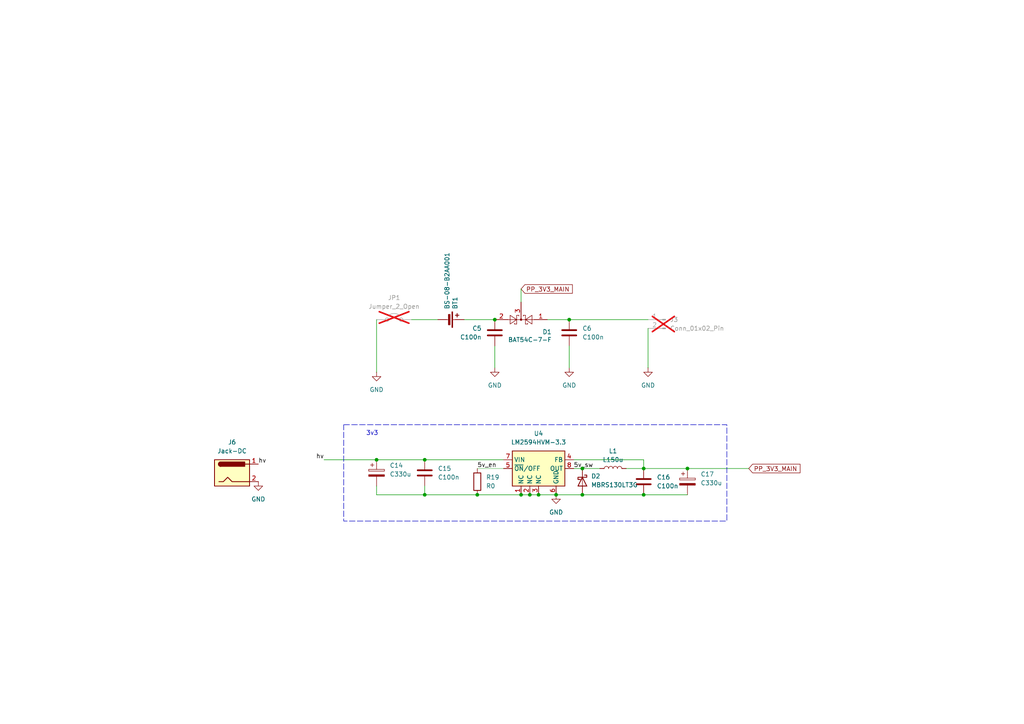
<source format=kicad_sch>
(kicad_sch (version 20231120) (generator "eeschema") (generator_version "8.0")
  (paper "A4")
  (lib_symbols
    (symbol "Connector:Conn_01x02_Pin" (pin_names (offset 1.016) hide)
      (property "Reference" "J" (at 0 2.54 0))
      (property "Value" "Conn_01x02_Pin" (at 0 -5.08 0))
      (symbol "Conn_01x02_Pin_1_1"
        (polyline (pts (xy 1.27 -2.54) (xy 0.8636 -2.54)) (stroke (width 0.1524)))
        (polyline (pts (xy 1.27 0) (xy 0.8636 0)) (stroke (width 0.1524)))
        (rectangle (start 0.8636 -2.413) (end 0 -2.667) (stroke (width 0.1524)) (fill (type outline)))
        (rectangle (start 0.8636 0.127) (end 0 -0.127) (stroke (width 0.1524)) (fill (type outline)))
        (pin passive line (at 5.08 0 180) (length 3.81) (name "Pin_1") (number "1"))
        (pin passive line (at 5.08 -2.54 180) (length 3.81) (name "Pin_2") (number "2"))
      )
    )
    (symbol "Connector:Jack-DC" (pin_names (offset 1.016))
      (property "Reference" "J" (at 0 5.334 0))
      (property "Value" "Jack-DC" (at 0 -5.08 0))
      (symbol "Jack-DC_0_1"
        (rectangle (start -5.08 3.81) (end 5.08 -3.81) (stroke (width 0.254)) (fill (type background)))
        (arc (start -3.302 3.175) (mid -3.9343 2.54) (end -3.302 1.905) (stroke (width 0.254)))
        (arc (start -3.302 3.175) (mid -3.9343 2.54) (end -3.302 1.905) (stroke (width 0.254)) (fill (type outline)))
        (polyline (pts (xy 5.08 2.54) (xy 3.81 2.54)) (stroke (width 0.254)))
        (polyline (pts (xy -3.81 -2.54) (xy -2.54 -2.54) (xy -1.27 -1.27) (xy 0 -2.54) (xy 2.54 -2.54) (xy 5.08 -2.54)) (stroke (width 0.254)))
        (rectangle (start 3.683 3.175) (end -3.302 1.905) (stroke (width 0.254)) (fill (type outline)))
      )
      (symbol "Jack-DC_1_1"
        (pin passive line (at 7.62 2.54 180) (length 2.54) (name "~") (number "1"))
        (pin passive line (at 7.62 -2.54 180) (length 2.54) (name "~") (number "2"))
      )
    )
    (symbol "Device:Battery_Cell" (pin_numbers hide) (pin_names (offset 0) hide)
      (property "Reference" "BT1" (at 2.9972 2.4384 0))
      (property "Value" "BS-08-B2AA001" (at 2.9972 0.127 0))
      (symbol "Battery_Cell_0_1"
        (rectangle (start -2.286 1.778) (end 2.286 1.524) (fill (type outline)))
        (rectangle (start -1.524 1.016) (end 1.524 0.508) (fill (type outline)))
        (polyline (pts (xy 0 0.762) (xy 0 0)))
        (polyline (pts (xy 0 1.778) (xy 0 2.54)))
        (polyline (pts (xy 0.762 3.048) (xy 1.778 3.048)) (stroke (width 0.254)))
        (polyline (pts (xy 1.27 3.556) (xy 1.27 2.54)) (stroke (width 0.254)))
      )
      (symbol "Battery_Cell_1_1"
        (pin passive line (at 0 5.08 270) (length 2.54) (name "+") (number "+"))
        (pin passive line (at 0 -2.54 90) (length 2.54) (name "-") (number "-"))
      )
    )
    (symbol "Device:C" (pin_numbers hide) (pin_names (offset 0.254))
      (property "Reference" "C" (at 0.635 2.54 0))
      (property "Value" "C" (at 0.635 -2.54 0))
      (symbol "C_0_1"
        (polyline (pts (xy -2.032 -0.762) (xy 2.032 -0.762)) (stroke (width 0.508)))
        (polyline (pts (xy -2.032 0.762) (xy 2.032 0.762)) (stroke (width 0.508)))
      )
      (symbol "C_1_1"
        (pin passive line (at 0 3.81 270) (length 2.794) (name "~") (number "1"))
        (pin passive line (at 0 -3.81 90) (length 2.794) (name "~") (number "2"))
      )
    )
    (symbol "Device:C_Polarized" (pin_numbers hide) (pin_names (offset 0.254))
      (property "Reference" "C" (at 0.635 2.54 0))
      (property "Value" "C_Polarized" (at 0.635 -2.54 0))
      (symbol "C_Polarized_0_1"
        (rectangle (start -2.286 0.508) (end 2.286 1.016))
        (polyline (pts (xy -1.778 2.286) (xy -0.762 2.286)))
        (polyline (pts (xy -1.27 2.794) (xy -1.27 1.778)))
        (rectangle (start 2.286 -0.508) (end -2.286 -1.016) (fill (type outline)))
      )
      (symbol "C_Polarized_1_1"
        (pin passive line (at 0 3.81 270) (length 2.794) (name "~") (number "1"))
        (pin passive line (at 0 -3.81 90) (length 2.794) (name "~") (number "2"))
      )
    )
    (symbol "Device:D_Schottky" (pin_numbers hide) (pin_names (offset 1.016) hide)
      (property "Reference" "D" (at 0 2.54 0))
      (property "Value" "D_Schottky" (at 0 -2.54 0))
      (symbol "D_Schottky_0_1"
        (polyline (pts (xy 1.27 0) (xy -1.27 0)))
        (polyline (pts (xy 1.27 1.27) (xy 1.27 -1.27) (xy -1.27 0) (xy 1.27 1.27)) (stroke (width 0.254)))
        (polyline (pts (xy -1.905 0.635) (xy -1.905 1.27) (xy -1.27 1.27) (xy -1.27 -1.27) (xy -0.635 -1.27) (xy -0.635 -0.635)) (stroke (width 0.254)))
      )
      (symbol "D_Schottky_1_1"
        (pin passive line (at -3.81 0 0) (length 2.54) (name "K") (number "1"))
        (pin passive line (at 3.81 0 180) (length 2.54) (name "A") (number "2"))
      )
    )
    (symbol "Device:L" (pin_numbers hide) (pin_names (offset 1.016) hide)
      (property "Reference" "L" (at -1.27 0 90))
      (property "Value" "L" (at 1.905 0 90))
      (symbol "L_0_1"
        (arc (start 0 -2.54) (mid 0.6323 -1.905) (end 0 -1.27))
        (arc (start 0 -1.27) (mid 0.6323 -0.635) (end 0 0))
        (arc (start 0 0) (mid 0.6323 0.635) (end 0 1.27))
        (arc (start 0 1.27) (mid 0.6323 1.905) (end 0 2.54))
      )
      (symbol "L_1_1"
        (pin passive line (at 0 3.81 270) (length 1.27) (name "1") (number "1"))
        (pin passive line (at 0 -3.81 90) (length 1.27) (name "2") (number "2"))
      )
    )
    (symbol "Device:R" (pin_numbers hide) (pin_names (offset 0))
      (property "Reference" "R" (at 2.032 0 90))
      (property "Value" "R" (at 0 0 90))
      (symbol "R_0_1"
        (rectangle (start -1.016 -2.54) (end 1.016 2.54) (stroke (width 0.254)))
      )
      (symbol "R_1_1"
        (pin passive line (at 0 3.81 270) (length 1.27) (name "~") (number "1"))
        (pin passive line (at 0 -3.81 90) (length 1.27) (name "~") (number "2"))
      )
    )
    (symbol "Diode:BAT54C"
      (property "Reference" "D" (at 0.635 -3.81 0))
      (property "Value" "BAT54C" (at -6.35 3.175 0))
      (symbol "BAT54C_0_1"
        (polyline (pts (xy -1.905 0) (xy 1.905 0)))
        (polyline (pts (xy -1.905 1.27) (xy -1.905 1.016)))
        (polyline (pts (xy -1.27 -1.27) (xy -0.635 -1.27)))
        (polyline (pts (xy -1.27 0) (xy -3.81 0)))
        (polyline (pts (xy -1.27 1.27) (xy -1.905 1.27)))
        (polyline (pts (xy -1.27 1.27) (xy -1.27 -1.27)))
        (polyline (pts (xy -0.635 -1.27) (xy -0.635 -1.016)))
        (polyline (pts (xy 0.635 -1.27) (xy 0.635 -1.016)))
        (polyline (pts (xy 1.27 -1.27) (xy 0.635 -1.27)))
        (polyline (pts (xy 1.27 1.27) (xy 1.27 -1.27)))
        (polyline (pts (xy 1.27 1.27) (xy 1.905 1.27)))
        (polyline (pts (xy 1.905 1.27) (xy 1.905 1.016)))
        (polyline (pts (xy 3.81 0) (xy 1.27 0)))
        (polyline (pts (xy -3.175 -1.27) (xy -3.175 1.27) (xy -1.27 0) (xy -3.175 -1.27)))
        (polyline (pts (xy 3.175 -1.27) (xy 3.175 1.27) (xy 1.27 0) (xy 3.175 -1.27)))
        (circle (center 0 0) (radius 0.254) (fill (type outline)))
      )
      (symbol "BAT54C_1_1"
        (pin passive line (at -7.62 0 0) (length 3.81) (name "~") (number "1"))
        (pin passive line (at 7.62 0 180) (length 3.81) (name "~") (number "2"))
        (pin passive line (at 0 -5.08 90) (length 5.08) (name "~") (number "3"))
      )
    )
    (symbol "Jumper:Jumper_2_Open" (pin_numbers hide) (pin_names (offset 0) hide) (exclude_from_sim yes)
      (property "Reference" "JP" (at 0 2.794 0))
      (property "Value" "Jumper_2_Open" (at 0 -2.286 0))
      (symbol "Jumper_2_Open_0_0"
        (circle (center -2.032 0) (radius 0.508))
        (circle (center 2.032 0) (radius 0.508))
      )
      (symbol "Jumper_2_Open_0_1"
        (arc (start 1.524 1.27) (mid 0 1.778) (end -1.524 1.27))
      )
      (symbol "Jumper_2_Open_1_1"
        (pin passive line (at -5.08 0 0) (length 2.54) (name "A") (number "1"))
        (pin passive line (at 5.08 0 180) (length 2.54) (name "B") (number "2"))
      )
    )
    (symbol "Regulator_Switching:LM2594HVM-3.3"
      (property "Reference" "U" (at -7.62 6.35 0))
      (property "Value" "LM2594HVM-3.3" (at 0 6.35 0))
      (symbol "LM2594HVM-3.3_0_1"
        (rectangle (start -7.62 5.08) (end 7.62 -5.08) (stroke (width 0.254)) (fill (type background)))
      )
      (symbol "LM2594HVM-3.3_1_1"
        (pin passive line (at -5.08 -7.62 90) (length 2.54) (name "NC") (number "1"))
        (pin passive line (at -2.54 -7.62 90) (length 2.54) (name "NC") (number "2"))
        (pin passive line (at 0 -7.62 90) (length 2.54) (name "NC") (number "3"))
        (pin input line (at 10.16 2.54 180) (length 2.54) (name "FB") (number "4"))
        (pin input line (at -10.16 0 0) (length 2.54) (name "~{ON}/OFF") (number "5"))
        (pin power_in line (at 5.08 -7.62 90) (length 2.54) (name "GND") (number "6"))
        (pin power_in line (at -10.16 2.54 0) (length 2.54) (name "VIN") (number "7"))
        (pin output line (at 10.16 0 180) (length 2.54) (name "OUT") (number "8"))
      )
    )
    (symbol "power:GND" (power) (pin_numbers hide) (pin_names (offset 0) hide)
      (property "Value" "GND" (at 0 -3.81 0))
      (symbol "GND_0_1"
        (polyline (pts (xy 0 0) (xy 0 -1.27) (xy 1.27 -1.27) (xy 0 -2.54) (xy -1.27 -1.27) (xy 0 -1.27)))
      )
      (symbol "GND_1_1"
        (pin power_in line (at 0 0 270) (length 0) (name "~") (number "1"))
      )
    )
  )
  (junction (at 199.39 135.89))
  (junction (at 138.43 143.51))
  (junction (at 168.91 135.89))
  (junction (at 151.13 143.51))
  (junction (at 123.19 133.35))
  (junction (at 186.69 143.51))
  (junction (at 161.29 143.51))
  (junction (at 165.1 92.71))
  (junction (at 153.67 143.51))
  (junction (at 143.51 92.71))
  (junction (at 109.22 133.35))
  (junction (at 186.69 135.89))
  (junction (at 123.19 143.51))
  (junction (at 156.21 143.51))
  (junction (at 168.91 143.51))
  (wire (pts (xy 153.67 143.51) (xy 156.21 143.51)))
  (wire (pts (xy 199.39 135.89) (xy 217.17 135.89)))
  (wire (pts (xy 123.19 140.97) (xy 123.19 143.51)))
  (wire (pts (xy 187.96 106.68) (xy 187.96 95.25)))
  (wire (pts (xy 165.1 92.71) (xy 187.96 92.71)))
  (wire (pts (xy 109.22 140.97) (xy 109.22 143.51)))
  (wire (pts (xy 156.21 143.51) (xy 161.29 143.51)))
  (wire (pts (xy 109.22 133.35) (xy 123.19 133.35)))
  (wire (pts (xy 123.19 133.35) (xy 146.05 133.35)))
  (wire (pts (xy 151.13 143.51) (xy 153.67 143.51)))
  (wire (pts (xy 138.43 143.51) (xy 151.13 143.51)))
  (wire (pts (xy 109.22 107.95) (xy 109.22 92.71)))
  (wire (pts (xy 143.51 106.68) (xy 143.51 100.33)))
  (wire (pts (xy 186.69 135.89) (xy 199.39 135.89)))
  (wire (pts (xy 186.69 133.35) (xy 186.69 135.89)))
  (wire (pts (xy 168.91 143.51) (xy 186.69 143.51)))
  (wire (pts (xy 151.13 83.82) (xy 151.13 87.63)))
  (wire (pts (xy 138.43 135.89) (xy 146.05 135.89)) (stroke (width 0.0762)))
  (wire (pts (xy 166.37 135.89) (xy 168.91 135.89)))
  (wire (pts (xy 186.69 135.89) (xy 181.61 135.89)))
  (wire (pts (xy 165.1 106.68) (xy 165.1 100.33)))
  (wire (pts (xy 119.38 92.71) (xy 127 92.71)))
  (wire (pts (xy 168.91 135.89) (xy 173.99 135.89)))
  (wire (pts (xy 186.69 143.51) (xy 199.39 143.51)))
  (wire (pts (xy 165.1 92.71) (xy 158.75 92.71)))
  (wire (pts (xy 166.37 133.35) (xy 186.69 133.35)))
  (wire (pts (xy 93.98 133.35) (xy 109.22 133.35)))
  (wire (pts (xy 134.62 92.71) (xy 143.51 92.71)))
  (wire (pts (xy 161.29 143.51) (xy 168.91 143.51)))
  (wire (pts (xy 109.22 143.51) (xy 123.19 143.51)))
  (wire (pts (xy 123.19 143.51) (xy 138.43 143.51)))
  (rectangle (start 99.695 123.19) (end 210.82 151.13) (stroke (width 0) (type dash)))
  (text "3v3" (at 107.95 125.73 0) (effects (font (size 1.27 1.27))))
  (label "hv" (at 74.93 134.62 0))
  (label "hv" (at 93.98 133.35 180))
  (label "5v_en" (at 138.43 135.89 0))
  (label "5v_sw" (at 166.37 135.89 0))
  (global_label "PP_3V3_MAIN" (shape input) (at 217.17 135.89 0) (property "Intersheetrefs" "${INTERSHEET_REFS}" (effects (hide yes))))
  (global_label "PP_3V3_MAIN" (shape input) (at 151.13 83.82 0) (property "Intersheetrefs" "${INTERSHEET_REFS}" (effects (hide yes))))
  (symbol (lib_id "Connector:Conn_01x02_Pin") (at 193.04 92.71 0) (mirror y) (unit 1) (dnp yes)
    (property "Reference" "J3" (at 194.31 92.7099 0) (effects (justify right)))
    (property "Value" "Conn_01x02_Pin" (at 194.31 95.2499 0) (effects (justify right)))
    (property "Footprint" "Connector_PinHeader_2.54mm:PinHeader_1x02_P2.54mm_Vertical" (effects (hide yes)))
    (property "Description" "Generic connector, single row, 01x02, script generated" (effects (hide yes)))
  )
  (symbol (lib_id "Device:D_Schottky") (at 168.91 139.7 270) (unit 1)
    (property "Reference" "D2" (at 171.45 138.1124 90) (effects (justify left)))
    (property "Value" "MBRS130LT3G" (at 171.45 140.6524 90) (effects (justify left)))
    (property "Footprint" "Diode_SMD:D_SMB" (effects (hide yes)))
    (property "Description" "Schottky diode" (effects (hide yes)))
    (property "LCSC" "C51771" (effects (hide yes)))
  )
  (symbol (lib_id "Diode:BAT54C") (at 151.13 92.71 180) (unit 1)
    (property "Reference" "D1" (at 160.02 96.266 0) (effects (justify left)))
    (property "Value" "BAT54C-7-F" (at 160.02 98.552 0) (effects (justify left)))
    (property "Footprint" "Package_TO_SOT_SMD:SOT-23" (effects (hide yes)))
    (property "Datasheet" "http://www.farnell.com/datasheets/2861240.pdf?_ga=2.129831176.54358802.1587372871-1787849031.1568210898&_gac=1.175311126.1587399424.EAIaIQobChMInOvF07P36AIVw7HtCh0NWwCeEAAYAyAAEgI0YfD_BwE" (effects (hide yes)))
    (property "LCSC" "C556168" (effects (hide yes)))
    (property "Cost" "0.0127" (effects (hide yes)))
    (property "Stock" "97600" (effects (hide yes)))
    (property "Supplier" "LCSC" (effects (hide yes)))
  )
  (symbol (lib_id "Device:C_Polarized") (at 199.39 139.7 0) (unit 1)
    (property "Reference" "C17" (at 203.2 137.5409 0) (effects (justify left)))
    (property "Value" "C330u" (at 203.2 140.0809 0) (effects (justify left)))
    (property "Footprint" "Capacitor_SMD:CP_Elec_6.3x7.7" (effects (hide yes)))
    (property "Description" "Polarized capacitor" (effects (hide yes)))
    (property "LCSC" "C7461238" (effects (hide yes)))
  )
  (symbol (lib_id "power:GND") (at 187.96 106.68 0) (mirror y) (unit 1)
    (property "Reference" "#PWR011" (effects (hide yes)))
    (property "Value" "GND" (at 187.96 111.76 0))
    (property "Description" "Power symbol creates a global label with name \"GND\" , ground" (effects (hide yes)))
  )
  (symbol (lib_id "Device:C") (at 123.19 137.16 0) (unit 1)
    (property "Reference" "C15" (at 127 135.8899 0) (effects (justify left)))
    (property "Value" "C100n" (at 127 138.4299 0) (effects (justify left)))
    (property "Footprint" "Capacitor_SMD:C_0402_1005Metric" (effects (hide yes)))
    (property "Description" "Unpolarized capacitor" (effects (hide yes)))
    (property "LCSC" "C60474" (effects (hide yes)))
  )
  (symbol (lib_id "Device:C") (at 186.69 139.7 0) (unit 1)
    (property "Reference" "C16" (at 190.5 138.4299 0) (effects (justify left)))
    (property "Value" "C100n" (at 190.5 140.9699 0) (effects (justify left)))
    (property "Footprint" "Capacitor_SMD:C_0402_1005Metric" (effects (hide yes)))
    (property "Description" "Unpolarized capacitor" (effects (hide yes)))
    (property "LCSC" "C60474" (effects (hide yes)))
  )
  (symbol (lib_id "Device:R") (at 138.43 139.7 0) (unit 1)
    (property "Reference" "R19" (at 140.97 138.4299 0) (effects (justify left)))
    (property "Value" "R0" (at 140.97 140.9699 0) (effects (justify left)))
    (property "Footprint" "Resistor_SMD:R_0402_1005Metric" (effects (hide yes)))
    (property "Description" "Resistor" (effects (hide yes)))
    (property "LCSC" " C17168" (effects (hide yes)))
  )
  (symbol (lib_id "Connector:Jack-DC") (at 67.31 137.16 0) (unit 1)
    (property "Reference" "J6" (at 67.31 128.27 0))
    (property "Value" "Jack-DC" (at 67.31 130.81 0))
    (property "Footprint" "Connector_BarrelJack:BarrelJack_Horizontal" (effects (hide yes)))
    (property "Description" "DC Barrel Jack" (effects (hide yes)))
    (property "LCSC" "C16214" (effects (hide yes)))
  )
  (symbol (lib_id "Regulator_Switching:LM2594HVM-3.3") (at 156.21 135.89 0) (unit 1)
    (property "Reference" "U4" (at 156.21 125.73 0))
    (property "Value" "LM2594HVM-3.3" (at 156.21 128.27 0))
    (property "Footprint" "Package_SO:SOIC-8_3.9x4.9mm_P1.27mm" (effects (hide yes)))
    (property "Datasheet" "http://www.ti.com/lit/ds/symlink/lm2594.pdf" (effects (hide yes)))
    (property "Description" "3.3V, 0.5A SIMPLE SWITCHER® Step-Down Voltage Regulator, Maximum VIN 60V, SOIC-8" (effects (hide yes)))
    (property "LCSC" "C18057294" (effects (hide yes)))
  )
  (symbol (lib_id "Device:C") (at 143.51 96.52 0) (mirror y) (unit 1)
    (property "Reference" "C5" (at 139.7 95.2499 0) (effects (justify left)))
    (property "Value" "C100n" (at 139.7 97.7899 0) (effects (justify left)))
    (property "Footprint" "Capacitor_SMD:C_0402_1005Metric" (effects (hide yes)))
    (property "Description" "Unpolarized capacitor" (effects (hide yes)))
    (property "LCSC" "C60474" (effects (hide yes)))
  )
  (symbol (lib_id "power:GND") (at 143.51 106.68 0) (mirror y) (unit 1)
    (property "Reference" "#PWR09" (effects (hide yes)))
    (property "Value" "GND" (at 143.51 111.76 0))
    (property "Description" "Power symbol creates a global label with name \"GND\" , ground" (effects (hide yes)))
  )
  (symbol (lib_id "power:GND") (at 109.22 107.95 0) (mirror y) (unit 1)
    (property "Reference" "#PWR08" (effects (hide yes)))
    (property "Value" "GND" (at 109.22 113.03 0))
    (property "Description" "Power symbol creates a global label with name \"GND\" , ground" (effects (hide yes)))
  )
  (symbol (lib_id "Device:C_Polarized") (at 109.22 137.16 0) (unit 1)
    (property "Reference" "C14" (at 113.03 135.0009 0) (effects (justify left)))
    (property "Value" "C330u" (at 113.03 137.5409 0) (effects (justify left)))
    (property "Footprint" "Capacitor_SMD:CP_Elec_6.3x7.7" (effects (hide yes)))
    (property "Description" "Polarized capacitor" (effects (hide yes)))
    (property "LCSC" "C7461238" (effects (hide yes)))
  )
  (symbol (lib_id "Jumper:Jumper_2_Open") (at 114.3 92.71 0) (unit 1) (exclude_from_sim yes) (dnp yes)
    (property "Reference" "JP1" (at 114.3 86.36 0))
    (property "Value" "Jumper_2_Open" (at 114.3 88.9 0))
    (property "Footprint" "Connector_PinSocket_2.54mm:PinSocket_1x02_P2.54mm_Vertical" (effects (hide yes)))
    (property "Description" "Jumper, 2-pole, open" (effects (hide yes)))
  )
  (symbol (lib_id "power:GND") (at 161.29 143.51 0) (unit 1)
    (property "Reference" "#PWR021" (effects (hide yes)))
    (property "Value" "GND" (at 161.29 148.59 0))
    (property "Description" "Power symbol creates a global label with name \"GND\" , ground" (effects (hide yes)))
  )
  (symbol (lib_id "power:GND") (at 165.1 106.68 0) (mirror y) (unit 1)
    (property "Reference" "#PWR010" (effects (hide yes)))
    (property "Value" "GND" (at 165.1 111.76 0))
    (property "Description" "Power symbol creates a global label with name \"GND\" , ground" (effects (hide yes)))
  )
  (symbol (lib_id "power:GND") (at 74.93 139.7 0) (mirror y) (unit 1)
    (property "Reference" "#PWR022" (effects (hide yes)))
    (property "Value" "GND" (at 74.93 144.78 0))
    (property "Description" "Power symbol creates a global label with name \"GND\" , ground" (effects (hide yes)))
  )
  (symbol (lib_id "Device:L") (at 177.8 135.89 90) (unit 1)
    (property "Reference" "L1" (at 177.8 130.81 90))
    (property "Value" "L150u" (at 177.8 133.35 90))
    (property "Footprint" "Inductor_SMD:L_Changjiang_FNR6045S" (effects (hide yes)))
    (property "Datasheet" "https://www.lcsc.com/datasheet/lcsc_datasheet_2304140030_cjiang--Changjiang-Microelectronics-Tech-FNR6045S151MT_C168097.pdf" (effects (hide yes)))
    (property "Description" "Inductor" (effects (hide yes)))
    (property "LCSC" "C168097" (effects (hide yes)))
  )
  (symbol (lib_id "Device:C") (at 165.1 96.52 0) (unit 1)
    (property "Reference" "C6" (at 168.91 95.2499 0) (effects (justify left)))
    (property "Value" "C100n" (at 168.91 97.7899 0) (effects (justify left)))
    (property "Footprint" "Capacitor_SMD:C_0402_1005Metric" (effects (hide yes)))
    (property "Description" "Unpolarized capacitor" (effects (hide yes)))
    (property "LCSC" "C60474" (effects (hide yes)))
  )
  (symbol (lib_id "Device:Battery_Cell") (at 129.54 92.71 270) (mirror x) (unit 1)
    (property "Reference" "BT1" (at 131.9784 89.7128 0) (effects (justify left)))
    (property "Value" "BS-08-B2AA001" (at 129.667 89.7128 0) (effects (justify left)))
    (property "Footprint" "aaafootlib:BS-08-B2AA001" (effects (hide yes)))
    (property "Datasheet" "https://www.keyelco.com/userAssets/file/M65p9.pdf" (effects (hide yes)))
    (property "LCSC" "C964777" (effects (hide yes)))
    (property "Stock" "34400" (effects (hide yes)))
    (property "Price" "0.249" (effects (hide yes)))
  )
)
</source>
